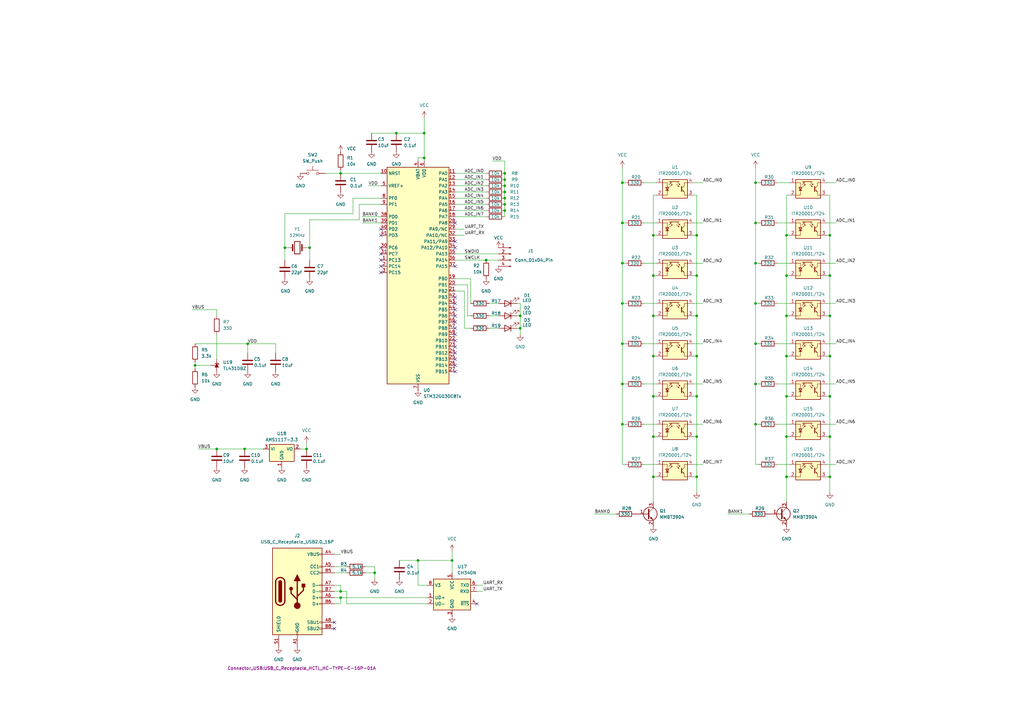
<source format=kicad_sch>
(kicad_sch (version 20231120) (generator "eeschema") (generator_version "8.0")
  (paper "A3")
  (title_block (title "2151105 崔屿杰 Gesture Recognition") (date "2024-07-17") (rev "1.0"))
  (junction (at 207.01 86.36))
  (junction (at 100.33 184.15))
  (junction (at 139.7 71.12))
  (junction (at 322.58 96.52))
  (junction (at 340.36 129.54))
  (junction (at 285.75 129.54))
  (junction (at 207.01 81.28))
  (junction (at 285.75 113.03))
  (junction (at 322.58 129.54))
  (junction (at 125.73 184.15))
  (junction (at 255.27 173.99))
  (junction (at 309.88 140.97))
  (junction (at 255.27 124.46))
  (junction (at 153.67 234.95))
  (junction (at 285.75 195.58))
  (junction (at 340.36 195.58))
  (junction (at 116.84 101.6))
  (junction (at 309.88 74.93))
  (junction (at 267.97 96.52))
  (junction (at 255.27 140.97))
  (junction (at 322.58 146.05))
  (junction (at 207.01 78.74))
  (junction (at 255.27 91.44))
  (junction (at 285.75 146.05))
  (junction (at 267.97 179.07))
  (junction (at 171.45 229.87))
  (junction (at 340.36 162.56))
  (junction (at 340.36 113.03))
  (junction (at 207.01 83.82))
  (junction (at 267.97 146.05))
  (junction (at 127 101.6))
  (junction (at 255.27 107.95))
  (junction (at 340.36 179.07))
  (junction (at 139.7 245.11))
  (junction (at 322.58 195.58))
  (junction (at 267.97 162.56))
  (junction (at 322.58 113.03))
  (junction (at 309.88 157.48))
  (junction (at 255.27 157.48))
  (junction (at 213.36 134.62))
  (junction (at 267.97 195.58))
  (junction (at 309.88 173.99))
  (junction (at 207.01 71.12))
  (junction (at 173.99 64.77))
  (junction (at 255.27 74.93))
  (junction (at 340.36 96.52))
  (junction (at 322.58 179.07))
  (junction (at 322.58 162.56))
  (junction (at 207.01 76.2))
  (junction (at 185.42 229.87))
  (junction (at 309.88 91.44))
  (junction (at 207.01 73.66))
  (junction (at 285.75 162.56))
  (junction (at 162.56 54.61))
  (junction (at 173.99 54.61))
  (junction (at 285.75 96.52))
  (junction (at 309.88 124.46))
  (junction (at 309.88 107.95))
  (junction (at 285.75 179.07))
  (junction (at 267.97 113.03))
  (junction (at 199.39 106.68))
  (junction (at 80.01 149.86))
  (junction (at 213.36 129.54))
  (junction (at 340.36 146.05))
  (junction (at 267.97 129.54))
  (junction (at 101.6 140.97))
  (junction (at 88.9 184.15))
  (junction (at 139.7 242.57))
  (no_connect (at 186.69 129.54))
  (no_connect (at 137.16 255.27))
  (no_connect (at 137.16 257.81))
  (no_connect (at 186.69 139.7))
  (no_connect (at 186.69 149.86))
  (no_connect (at 156.21 104.14))
  (no_connect (at 156.21 111.76))
  (no_connect (at 156.21 106.68))
  (no_connect (at 186.69 127))
  (no_connect (at 186.69 152.4))
  (no_connect (at 156.21 101.6))
  (no_connect (at 186.69 144.78))
  (no_connect (at 186.69 132.08))
  (no_connect (at 186.69 124.46))
  (no_connect (at 186.69 101.6))
  (no_connect (at 195.58 247.65))
  (no_connect (at 186.69 91.44))
  (no_connect (at 156.21 93.98))
  (no_connect (at 186.69 142.24))
  (no_connect (at 156.21 109.22))
  (no_connect (at 186.69 137.16))
  (no_connect (at 186.69 99.06))
  (no_connect (at 186.69 147.32))
  (no_connect (at 186.69 134.62))
  (no_connect (at 186.69 109.22))
  (no_connect (at 156.21 96.52))
  (no_connect (at 186.69 121.92))
  (wire (pts (xy 340.36 96.52) (xy 340.36 113.03)))
  (wire (pts (xy 123.19 184.15) (xy 125.73 184.15)))
  (wire (pts (xy 173.99 64.77) (xy 173.99 66.04)))
  (wire (pts (xy 81.28 184.15) (xy 88.9 184.15)))
  (wire (pts (xy 322.58 129.54) (xy 322.58 113.03)))
  (wire (pts (xy 113.03 140.97) (xy 113.03 144.78)))
  (wire (pts (xy 322.58 96.52) (xy 322.58 80.01)))
  (wire (pts (xy 139.7 247.65) (xy 139.7 245.11)))
  (wire (pts (xy 309.88 124.46) (xy 309.88 140.97)))
  (wire (pts (xy 339.09 195.58) (xy 340.36 195.58)))
  (wire (pts (xy 309.88 173.99) (xy 311.15 173.99)))
  (wire (pts (xy 264.16 124.46) (xy 269.24 124.46)))
  (wire (pts (xy 339.09 74.93) (xy 342.9 74.93)))
  (wire (pts (xy 186.69 106.68) (xy 199.39 106.68)))
  (wire (pts (xy 144.78 81.28) (xy 144.78 87.63)))
  (wire (pts (xy 88.9 137.16) (xy 88.9 147.32)))
  (wire (pts (xy 207.01 81.28) (xy 207.01 78.74)))
  (wire (pts (xy 309.88 107.95) (xy 311.15 107.95)))
  (wire (pts (xy 318.77 190.5) (xy 323.85 190.5)))
  (wire (pts (xy 339.09 179.07) (xy 340.36 179.07)))
  (wire (pts (xy 255.27 173.99) (xy 255.27 190.5)))
  (wire (pts (xy 195.58 242.57) (xy 198.12 242.57)))
  (wire (pts (xy 171.45 64.77) (xy 173.99 64.77)))
  (wire (pts (xy 186.69 96.52) (xy 190.5 96.52)))
  (wire (pts (xy 190.5 134.62) (xy 193.04 134.62)))
  (wire (pts (xy 264.16 91.44) (xy 269.24 91.44)))
  (wire (pts (xy 322.58 146.05) (xy 322.58 129.54)))
  (wire (pts (xy 284.48 162.56) (xy 285.75 162.56)))
  (wire (pts (xy 284.48 124.46) (xy 288.29 124.46)))
  (wire (pts (xy 212.09 129.54) (xy 213.36 129.54)))
  (wire (pts (xy 284.48 140.97) (xy 288.29 140.97)))
  (wire (pts (xy 284.48 113.03) (xy 285.75 113.03)))
  (wire (pts (xy 200.66 134.62) (xy 204.47 134.62)))
  (wire (pts (xy 171.45 66.04) (xy 171.45 64.77)))
  (wire (pts (xy 309.88 140.97) (xy 309.88 157.48)))
  (wire (pts (xy 200.66 129.54) (xy 204.47 129.54)))
  (wire (pts (xy 267.97 205.74) (xy 267.97 195.58)))
  (wire (pts (xy 88.9 127) (xy 78.74 127)))
  (wire (pts (xy 207.01 76.2) (xy 207.01 73.66)))
  (wire (pts (xy 148.59 91.44) (xy 156.21 91.44)))
  (wire (pts (xy 340.36 113.03) (xy 340.36 129.54)))
  (wire (pts (xy 284.48 129.54) (xy 285.75 129.54)))
  (wire (pts (xy 284.48 80.01) (xy 285.75 80.01)))
  (wire (pts (xy 309.88 74.93) (xy 309.88 91.44)))
  (wire (pts (xy 186.69 83.82) (xy 199.39 83.82)))
  (wire (pts (xy 207.01 71.12) (xy 207.01 66.04)))
  (wire (pts (xy 139.7 71.12) (xy 156.21 71.12)))
  (wire (pts (xy 322.58 162.56) (xy 323.85 162.56)))
  (wire (pts (xy 322.58 195.58) (xy 322.58 179.07)))
  (wire (pts (xy 267.97 96.52) (xy 269.24 96.52)))
  (wire (pts (xy 186.69 93.98) (xy 190.5 93.98)))
  (wire (pts (xy 255.27 107.95) (xy 255.27 124.46)))
  (wire (pts (xy 318.77 173.99) (xy 323.85 173.99)))
  (wire (pts (xy 309.88 140.97) (xy 311.15 140.97)))
  (wire (pts (xy 186.69 73.66) (xy 199.39 73.66)))
  (wire (pts (xy 340.36 162.56) (xy 340.36 179.07)))
  (wire (pts (xy 116.84 87.63) (xy 116.84 101.6)))
  (wire (pts (xy 285.75 146.05) (xy 285.75 162.56)))
  (wire (pts (xy 318.77 74.93) (xy 323.85 74.93)))
  (wire (pts (xy 186.69 116.84) (xy 191.77 116.84)))
  (wire (pts (xy 186.69 78.74) (xy 199.39 78.74)))
  (wire (pts (xy 267.97 113.03) (xy 267.97 96.52)))
  (wire (pts (xy 339.09 140.97) (xy 342.9 140.97)))
  (wire (pts (xy 80.01 140.97) (xy 101.6 140.97)))
  (wire (pts (xy 255.27 91.44) (xy 255.27 107.95)))
  (wire (pts (xy 144.78 87.63) (xy 116.84 87.63)))
  (wire (pts (xy 185.42 226.06) (xy 185.42 229.87)))
  (wire (pts (xy 318.77 157.48) (xy 323.85 157.48)))
  (wire (pts (xy 267.97 113.03) (xy 269.24 113.03)))
  (wire (pts (xy 162.56 54.61) (xy 152.4 54.61)))
  (wire (pts (xy 264.16 140.97) (xy 269.24 140.97)))
  (wire (pts (xy 243.84 210.82) (xy 252.73 210.82)))
  (wire (pts (xy 267.97 80.01) (xy 269.24 80.01)))
  (wire (pts (xy 267.97 129.54) (xy 269.24 129.54)))
  (wire (pts (xy 284.48 107.95) (xy 288.29 107.95)))
  (wire (pts (xy 193.04 114.3) (xy 193.04 124.46)))
  (wire (pts (xy 137.16 240.03) (xy 139.7 240.03)))
  (wire (pts (xy 267.97 195.58) (xy 269.24 195.58)))
  (wire (pts (xy 322.58 113.03) (xy 323.85 113.03)))
  (wire (pts (xy 186.69 119.38) (xy 190.5 119.38)))
  (wire (pts (xy 255.27 74.93) (xy 256.54 74.93)))
  (wire (pts (xy 149.86 234.95) (xy 153.67 234.95)))
  (wire (pts (xy 186.69 88.9) (xy 199.39 88.9)))
  (wire (pts (xy 340.36 195.58) (xy 340.36 201.93)))
  (wire (pts (xy 191.77 116.84) (xy 191.77 129.54)))
  (wire (pts (xy 264.16 190.5) (xy 269.24 190.5)))
  (wire (pts (xy 339.09 157.48) (xy 342.9 157.48)))
  (wire (pts (xy 284.48 146.05) (xy 285.75 146.05)))
  (wire (pts (xy 127 106.68) (xy 127 101.6)))
  (wire (pts (xy 255.27 140.97) (xy 255.27 157.48)))
  (wire (pts (xy 267.97 162.56) (xy 269.24 162.56)))
  (wire (pts (xy 151.13 76.2) (xy 156.21 76.2)))
  (wire (pts (xy 309.88 190.5) (xy 311.15 190.5)))
  (wire (pts (xy 186.69 104.14) (xy 204.47 104.14)))
  (wire (pts (xy 309.88 173.99) (xy 309.88 190.5)))
  (wire (pts (xy 322.58 80.01) (xy 323.85 80.01)))
  (wire (pts (xy 322.58 96.52) (xy 323.85 96.52)))
  (wire (pts (xy 284.48 91.44) (xy 288.29 91.44)))
  (wire (pts (xy 264.16 74.93) (xy 269.24 74.93)))
  (wire (pts (xy 147.32 83.82) (xy 147.32 90.17)))
  (wire (pts (xy 207.01 73.66) (xy 207.01 71.12)))
  (wire (pts (xy 139.7 69.85) (xy 139.7 71.12)))
  (wire (pts (xy 318.77 124.46) (xy 323.85 124.46)))
  (wire (pts (xy 318.77 140.97) (xy 323.85 140.97)))
  (wire (pts (xy 339.09 190.5) (xy 342.9 190.5)))
  (wire (pts (xy 142.24 232.41) (xy 137.16 232.41)))
  (wire (pts (xy 267.97 179.07) (xy 267.97 162.56)))
  (wire (pts (xy 186.69 114.3) (xy 193.04 114.3)))
  (wire (pts (xy 309.88 157.48) (xy 309.88 173.99)))
  (wire (pts (xy 339.09 124.46) (xy 342.9 124.46)))
  (wire (pts (xy 309.88 91.44) (xy 311.15 91.44)))
  (wire (pts (xy 309.88 124.46) (xy 311.15 124.46)))
  (wire (pts (xy 207.01 83.82) (xy 207.01 81.28)))
  (wire (pts (xy 88.9 184.15) (xy 100.33 184.15)))
  (wire (pts (xy 309.88 91.44) (xy 309.88 107.95)))
  (wire (pts (xy 322.58 179.07) (xy 323.85 179.07)))
  (wire (pts (xy 207.01 86.36) (xy 207.01 83.82)))
  (wire (pts (xy 142.24 242.57) (xy 142.24 247.65)))
  (wire (pts (xy 264.16 157.48) (xy 269.24 157.48)))
  (wire (pts (xy 139.7 240.03) (xy 139.7 242.57)))
  (wire (pts (xy 186.69 86.36) (xy 199.39 86.36)))
  (wire (pts (xy 133.35 71.12) (xy 139.7 71.12)))
  (wire (pts (xy 125.73 101.6) (xy 127 101.6)))
  (wire (pts (xy 285.75 96.52) (xy 285.75 113.03)))
  (wire (pts (xy 116.84 101.6) (xy 118.11 101.6)))
  (wire (pts (xy 339.09 162.56) (xy 340.36 162.56)))
  (wire (pts (xy 267.97 129.54) (xy 267.97 113.03)))
  (wire (pts (xy 127 90.17) (xy 127 101.6)))
  (wire (pts (xy 190.5 119.38) (xy 190.5 134.62)))
  (wire (pts (xy 309.88 68.58) (xy 309.88 74.93)))
  (wire (pts (xy 322.58 146.05) (xy 323.85 146.05)))
  (wire (pts (xy 264.16 107.95) (xy 269.24 107.95)))
  (wire (pts (xy 340.36 146.05) (xy 340.36 162.56)))
  (wire (pts (xy 339.09 91.44) (xy 342.9 91.44)))
  (wire (pts (xy 284.48 173.99) (xy 288.29 173.99)))
  (wire (pts (xy 195.58 240.03) (xy 198.12 240.03)))
  (wire (pts (xy 148.59 88.9) (xy 156.21 88.9)))
  (wire (pts (xy 309.88 74.93) (xy 311.15 74.93)))
  (wire (pts (xy 137.16 247.65) (xy 139.7 247.65)))
  (wire (pts (xy 322.58 179.07) (xy 322.58 162.56)))
  (wire (pts (xy 173.99 54.61) (xy 162.56 54.61)))
  (wire (pts (xy 309.88 107.95) (xy 309.88 124.46)))
  (wire (pts (xy 125.73 181.61) (xy 125.73 184.15)))
  (wire (pts (xy 285.75 113.03) (xy 285.75 129.54)))
  (wire (pts (xy 339.09 173.99) (xy 342.9 173.99)))
  (wire (pts (xy 255.27 173.99) (xy 256.54 173.99)))
  (wire (pts (xy 213.36 124.46) (xy 213.36 129.54)))
  (wire (pts (xy 285.75 129.54) (xy 285.75 146.05)))
  (wire (pts (xy 149.86 232.41) (xy 153.67 232.41)))
  (wire (pts (xy 255.27 124.46) (xy 255.27 140.97)))
  (wire (pts (xy 88.9 129.54) (xy 88.9 127)))
  (wire (pts (xy 173.99 54.61) (xy 173.99 64.77)))
  (wire (pts (xy 284.48 190.5) (xy 288.29 190.5)))
  (wire (pts (xy 139.7 242.57) (xy 142.24 242.57)))
  (wire (pts (xy 322.58 162.56) (xy 322.58 146.05)))
  (wire (pts (xy 147.32 90.17) (xy 127 90.17)))
  (wire (pts (xy 255.27 157.48) (xy 256.54 157.48)))
  (wire (pts (xy 186.69 76.2) (xy 199.39 76.2)))
  (wire (pts (xy 264.16 173.99) (xy 269.24 173.99)))
  (wire (pts (xy 207.01 78.74) (xy 207.01 76.2)))
  (wire (pts (xy 80.01 148.59) (xy 80.01 149.86)))
  (wire (pts (xy 285.75 80.01) (xy 285.75 96.52)))
  (wire (pts (xy 267.97 96.52) (xy 267.97 80.01)))
  (wire (pts (xy 255.27 68.58) (xy 255.27 74.93)))
  (wire (pts (xy 255.27 190.5) (xy 256.54 190.5)))
  (wire (pts (xy 339.09 146.05) (xy 340.36 146.05)))
  (wire (pts (xy 199.39 106.68) (xy 204.47 106.68)))
  (wire (pts (xy 191.77 129.54) (xy 193.04 129.54)))
  (wire (pts (xy 285.75 195.58) (xy 285.75 201.93)))
  (wire (pts (xy 101.6 140.97) (xy 101.6 144.78)))
  (wire (pts (xy 255.27 157.48) (xy 255.27 173.99)))
  (wire (pts (xy 175.26 240.03) (xy 171.45 240.03)))
  (wire (pts (xy 322.58 205.74) (xy 322.58 195.58)))
  (wire (pts (xy 284.48 157.48) (xy 288.29 157.48)))
  (wire (pts (xy 137.16 227.33) (xy 139.7 227.33)))
  (wire (pts (xy 255.27 74.93) (xy 255.27 91.44)))
  (wire (pts (xy 255.27 124.46) (xy 256.54 124.46)))
  (wire (pts (xy 201.93 66.04) (xy 207.01 66.04)))
  (wire (pts (xy 322.58 129.54) (xy 323.85 129.54)))
  (wire (pts (xy 200.66 124.46) (xy 204.47 124.46)))
  (wire (pts (xy 156.21 83.82) (xy 147.32 83.82)))
  (wire (pts (xy 255.27 107.95) (xy 256.54 107.95)))
  (wire (pts (xy 213.36 129.54) (xy 213.36 134.62)))
  (wire (pts (xy 285.75 179.07) (xy 285.75 195.58)))
  (wire (pts (xy 298.45 210.82) (xy 307.34 210.82)))
  (wire (pts (xy 139.7 245.11) (xy 175.26 245.11)))
  (wire (pts (xy 255.27 91.44) (xy 256.54 91.44)))
  (wire (pts (xy 284.48 96.52) (xy 285.75 96.52)))
  (wire (pts (xy 142.24 247.65) (xy 175.26 247.65)))
  (wire (pts (xy 80.01 149.86) (xy 80.01 151.13)))
  (wire (pts (xy 212.09 124.46) (xy 213.36 124.46)))
  (wire (pts (xy 212.09 134.62) (xy 213.36 134.62)))
  (wire (pts (xy 285.75 162.56) (xy 285.75 179.07)))
  (wire (pts (xy 339.09 107.95) (xy 342.9 107.95)))
  (wire (pts (xy 267.97 195.58) (xy 267.97 179.07)))
  (wire (pts (xy 156.21 81.28) (xy 144.78 81.28)))
  (wire (pts (xy 173.99 48.26) (xy 173.99 54.61)))
  (wire (pts (xy 185.42 229.87) (xy 185.42 234.95)))
  (wire (pts (xy 267.97 146.05) (xy 267.97 129.54)))
  (wire (pts (xy 116.84 101.6) (xy 116.84 106.68)))
  (wire (pts (xy 340.36 179.07) (xy 340.36 195.58)))
  (wire (pts (xy 142.24 234.95) (xy 137.16 234.95)))
  (wire (pts (xy 318.77 91.44) (xy 323.85 91.44)))
  (wire (pts (xy 309.88 157.48) (xy 311.15 157.48)))
  (wire (pts (xy 153.67 232.41) (xy 153.67 234.95)))
  (wire (pts (xy 267.97 179.07) (xy 269.24 179.07)))
  (wire (pts (xy 186.69 71.12) (xy 199.39 71.12)))
  (wire (pts (xy 255.27 140.97) (xy 256.54 140.97)))
  (wire (pts (xy 339.09 96.52) (xy 340.36 96.52)))
  (wire (pts (xy 100.33 184.15) (xy 107.95 184.15)))
  (wire (pts (xy 171.45 240.03) (xy 171.45 229.87)))
  (wire (pts (xy 339.09 113.03) (xy 340.36 113.03)))
  (wire (pts (xy 284.48 179.07) (xy 285.75 179.07)))
  (wire (pts (xy 339.09 80.01) (xy 340.36 80.01)))
  (wire (pts (xy 153.67 234.95) (xy 153.67 237.49)))
  (wire (pts (xy 284.48 195.58) (xy 285.75 195.58)))
  (wire (pts (xy 322.58 113.03) (xy 322.58 96.52)))
  (wire (pts (xy 267.97 162.56) (xy 267.97 146.05)))
  (wire (pts (xy 163.83 229.87) (xy 171.45 229.87)))
  (wire (pts (xy 186.69 81.28) (xy 199.39 81.28)))
  (wire (pts (xy 213.36 134.62) (xy 213.36 137.16)))
  (wire (pts (xy 339.09 129.54) (xy 340.36 129.54)))
  (wire (pts (xy 137.16 245.11) (xy 139.7 245.11)))
  (wire (pts (xy 80.01 149.86) (xy 86.36 149.86)))
  (wire (pts (xy 322.58 195.58) (xy 323.85 195.58)))
  (wire (pts (xy 284.48 74.93) (xy 288.29 74.93)))
  (wire (pts (xy 171.45 229.87) (xy 185.42 229.87)))
  (wire (pts (xy 340.36 129.54) (xy 340.36 146.05)))
  (wire (pts (xy 340.36 80.01) (xy 340.36 96.52)))
  (wire (pts (xy 137.16 242.57) (xy 139.7 242.57)))
  (wire (pts (xy 318.77 107.95) (xy 323.85 107.95)))
  (wire (pts (xy 207.01 88.9) (xy 207.01 86.36)))
  (wire (pts (xy 267.97 146.05) (xy 269.24 146.05)))
  (wire (pts (xy 101.6 140.97) (xy 113.03 140.97)))
  (label "ADC_IN4" (at 190.5 81.28 0))
  (label "ADC_IN3" (at 288.29 124.46 0))
  (label "BANK0" (at 243.84 210.82 0))
  (label "ADC_IN7" (at 342.9 190.5 0))
  (label "ADC_IN6" (at 288.29 173.99 0))
  (label "ADC_IN7" (at 190.5 88.9 0))
  (label "UART_RX" (at 190.5 96.52 0))
  (label "ADC_IN0" (at 288.29 74.93 0))
  (label "ADC_IN4" (at 342.9 140.97 0))
  (label "VBUS" (at 78.74 127 0))
  (label "BANK0" (at 148.59 88.9 0))
  (label "ADC_IN0" (at 342.9 74.93 0))
  (label "BANK1" (at 298.45 210.82 0))
  (label "ADC_IN5" (at 288.29 157.48 0))
  (label "VDD" (at 201.93 66.04 0))
  (label "UART_RX" (at 198.12 240.03 0))
  (label "ADC_IN4" (at 288.29 140.97 0))
  (label "VBUS" (at 81.28 184.15 0))
  (label "UART_TX" (at 190.5 93.98 0))
  (label "ADC_IN0" (at 190.5 71.12 0))
  (label "ADC_IN2" (at 190.5 76.2 0))
  (label "ADC_IN1" (at 190.5 73.66 0))
  (label "VDD" (at 101.6 140.97 0))
  (label "ADC_IN3" (at 342.9 124.46 0))
  (label "ADC_IN7" (at 288.29 190.5 0))
  (label "ADC_IN1" (at 288.29 91.44 0))
  (label "ADC_IN2" (at 342.9 107.95 0))
  (label "ADC_IN6" (at 190.5 86.36 0))
  (label "VBUS" (at 139.7 227.33 0))
  (label "VDD" (at 151.13 76.2 0))
  (label "ADC_IN1" (at 342.9 91.44 0))
  (label "ADC_IN5" (at 190.5 83.82 0))
  (label "ADC_IN6" (at 342.9 173.99 0))
  (label "UART_TX" (at 198.12 242.57 0))
  (label "SWDIO" (at 190.5 104.14 0))
  (label "ADC_IN2" (at 288.29 107.95 0))
  (label "ADC_IN3" (at 190.5 78.74 0))
  (label "BANK1" (at 148.59 91.44 0))
  (label "ADC_IN5" (at 342.9 157.48 0))
  (label "SWCLK" (at 190.5 106.68 0))
  (symbol (lib_id "power:GND") (at 213.36 137.16 0) (unit 1)
    (property "Reference" "#PWR026" (effects (hide yes)))
    (property "Value" "GND" (at 213.36 142.24 0))
    (property "Description" "Power symbol creates a global label with name \"GND\" , ground" (effects (hide yes)))
  )
  (symbol (lib_id "Device:C") (at 163.83 233.68 0) (unit 1)
    (property "Reference" "C4" (at 166.878 232.41 0) (effects (justify left)))
    (property "Value" "0.1uf" (at 166.878 234.95 0) (effects (justify left)))
    (property "Footprint" "Capacitor_SMD:C_0805_2012Metric_Pad1.18x1.45mm_HandSolder" (effects (hide yes)))
    (property "Description" "Unpolarized capacitor" (effects (hide yes)))
  )
  (symbol (lib_id "Device:R") (at 260.35 74.93 90) (unit 1)
    (property "Reference" "R20" (at 260.858 72.644 90))
    (property "Value" "330" (at 260.35 74.93 90))
    (property "Footprint" "Resistor_SMD:R_0805_2012Metric_Pad1.20x1.40mm_HandSolder" (effects (hide yes)))
    (property "Description" "Resistor" (effects (hide yes)))
  )
  (symbol (lib_id "itr20001:ITR20001/T24") (at 331.47 160.02 0) (unit 1)
    (property "Reference" "U14" (at 331.47 151.13 0))
    (property "Value" "ITR20001/T24" (at 331.47 153.67 0))
    (property "Footprint" "itr20001:Everlight_ITR20001" (effects (hide yes)))
    (property "Datasheet" "http://www.everlight.com/file/ProductFile/ITR8307.pdf" (effects (hide yes)))
    (property "Description" "Subminiature Reflective Optical Sensor, SMD-package with PCB-cutout" (effects (hide yes)))
  )
  (symbol (lib_id "Device:C") (at 88.9 187.96 0) (unit 1)
    (property "Reference" "C9" (at 91.44 186.69 0) (effects (justify left)))
    (property "Value" "10uf" (at 91.44 189.23 0) (effects (justify left)))
    (property "Footprint" "Capacitor_SMD:C_0805_2012Metric_Pad1.18x1.45mm_HandSolder" (effects (hide yes)))
    (property "Description" "Unpolarized capacitor" (effects (hide yes)))
  )
  (symbol (lib_id "Device:C") (at 162.56 58.42 0) (unit 1)
    (property "Reference" "C2" (at 165.608 57.15 0) (effects (justify left)))
    (property "Value" "0.1uf" (at 165.608 59.69 0) (effects (justify left)))
    (property "Footprint" "Capacitor_SMD:C_0805_2012Metric_Pad1.18x1.45mm_HandSolder" (effects (hide yes)))
    (property "Description" "Unpolarized capacitor" (effects (hide yes)))
  )
  (symbol (lib_id "power:GND") (at 80.01 158.75 0) (unit 1)
    (property "Reference" "#PWR017" (effects (hide yes)))
    (property "Value" "GND" (at 80.01 163.83 0))
    (property "Description" "Power symbol creates a global label with name \"GND\" , ground" (effects (hide yes)))
  )
  (symbol (lib_id "itr20001:ITR20001/T24") (at 276.86 160.02 0) (unit 1)
    (property "Reference" "U6" (at 276.86 151.13 0))
    (property "Value" "ITR20001/T24" (at 276.86 153.67 0))
    (property "Footprint" "itr20001:Everlight_ITR20001" (effects (hide yes)))
    (property "Datasheet" "http://www.everlight.com/file/ProductFile/ITR8307.pdf" (effects (hide yes)))
    (property "Description" "Subminiature Reflective Optical Sensor, SMD-package with PCB-cutout" (effects (hide yes)))
  )
  (symbol (lib_id "itr20001:ITR20001/T24") (at 331.47 176.53 0) (unit 1)
    (property "Reference" "U15" (at 331.47 167.64 0))
    (property "Value" "ITR20001/T24" (at 331.47 170.18 0))
    (property "Footprint" "itr20001:Everlight_ITR20001" (effects (hide yes)))
    (property "Datasheet" "http://www.everlight.com/file/ProductFile/ITR8307.pdf" (effects (hide yes)))
    (property "Description" "Subminiature Reflective Optical Sensor, SMD-package with PCB-cutout" (effects (hide yes)))
  )
  (symbol (lib_id "Device:R") (at 260.35 91.44 90) (unit 1)
    (property "Reference" "R21" (at 260.858 89.154 90))
    (property "Value" "330" (at 260.35 91.44 90))
    (property "Footprint" "Resistor_SMD:R_0805_2012Metric_Pad1.20x1.40mm_HandSolder" (effects (hide yes)))
    (property "Description" "Resistor" (effects (hide yes)))
  )
  (symbol (lib_id "itr20001:ITR20001/T24") (at 276.86 143.51 0) (unit 1)
    (property "Reference" "U5" (at 276.86 134.62 0))
    (property "Value" "ITR20001/T24" (at 276.86 137.16 0))
    (property "Footprint" "itr20001:Everlight_ITR20001" (effects (hide yes)))
    (property "Datasheet" "http://www.everlight.com/file/ProductFile/ITR8307.pdf" (effects (hide yes)))
    (property "Description" "Subminiature Reflective Optical Sensor, SMD-package with PCB-cutout" (effects (hide yes)))
  )
  (symbol (lib_id "Device:C") (at 152.4 58.42 0) (unit 1)
    (property "Reference" "C3" (at 154.94 57.15 0) (effects (justify left)))
    (property "Value" "10uf" (at 154.94 59.69 0) (effects (justify left)))
    (property "Footprint" "Capacitor_SMD:C_0805_2012Metric_Pad1.18x1.45mm_HandSolder" (effects (hide yes)))
    (property "Description" "Unpolarized capacitor" (effects (hide yes)))
  )
  (symbol (lib_id "Device:C") (at 100.33 187.96 0) (unit 1)
    (property "Reference" "C10" (at 102.87 186.69 0) (effects (justify left)))
    (property "Value" "0.1uf" (at 102.87 189.23 0) (effects (justify left)))
    (property "Footprint" "Capacitor_SMD:C_0805_2012Metric_Pad1.18x1.45mm_HandSolder" (effects (hide yes)))
    (property "Description" "Unpolarized capacitor" (effects (hide yes)))
  )
  (symbol (lib_id "power:GND") (at 171.45 160.02 0) (unit 1)
    (property "Reference" "#PWR025" (effects (hide yes)))
    (property "Value" "GND" (at 171.45 165.1 0))
    (property "Description" "Power symbol creates a global label with name \"GND\" , ground" (effects (hide yes)))
  )
  (symbol (lib_id "Device:LED") (at 208.28 129.54 180) (unit 1)
    (property "Reference" "D2" (at 216.154 126.238 0))
    (property "Value" "LED" (at 216.154 128.27 0))
    (property "Footprint" "LED_SMD:LED_0805_2012Metric_Pad1.15x1.40mm_HandSolder" (effects (hide yes)))
    (property "Description" "Light emitting diode" (effects (hide yes)))
  )
  (symbol (lib_id "Device:R") (at 203.2 88.9 90) (unit 1)
    (property "Reference" "R15" (at 211.074 88.9 90))
    (property "Value" "10k" (at 203.2 88.9 90))
    (property "Footprint" "Resistor_SMD:R_0805_2012Metric_Pad1.20x1.40mm_HandSolder" (effects (hide yes)))
    (property "Description" "Resistor" (effects (hide yes)))
  )
  (symbol (lib_id "Device:R") (at 314.96 140.97 90) (unit 1)
    (property "Reference" "R34" (at 315.468 138.684 90))
    (property "Value" "330" (at 314.96 140.97 90))
    (property "Footprint" "Resistor_SMD:R_0805_2012Metric_Pad1.20x1.40mm_HandSolder" (effects (hide yes)))
    (property "Description" "Resistor" (effects (hide yes)))
  )
  (symbol (lib_id "Device:R") (at 80.01 144.78 0) (unit 1)
    (property "Reference" "R5" (at 82.55 143.5099 0) (effects (justify left)))
    (property "Value" "3.3k" (at 82.55 146.0499 0) (effects (justify left)))
    (property "Footprint" "Resistor_SMD:R_0805_2012Metric_Pad1.20x1.40mm_HandSolder" (effects (hide yes)))
    (property "Description" "Resistor" (effects (hide yes)))
  )
  (symbol (lib_id "power:VDD") (at 139.7 62.23 0) (unit 1)
    (property "Reference" "#PWR01" (effects (hide yes)))
    (property "Value" "VCC" (at 142.24 60.9599 0) (effects (justify left)))
    (property "Description" "Power symbol creates a global label with name \"VDD\"" (effects (hide yes)))
  )
  (symbol (lib_id "power:GND") (at 101.6 152.4 0) (unit 1)
    (property "Reference" "#PWR019" (effects (hide yes)))
    (property "Value" "GND" (at 101.6 157.48 0))
    (property "Description" "Power symbol creates a global label with name \"GND\" , ground" (effects (hide yes)))
  )
  (symbol (lib_id "Device:R") (at 203.2 73.66 90) (unit 1)
    (property "Reference" "R9" (at 211.074 73.66 90))
    (property "Value" "10k" (at 203.2 73.66 90))
    (property "Footprint" "Resistor_SMD:R_0805_2012Metric_Pad1.20x1.40mm_HandSolder" (effects (hide yes)))
    (property "Description" "Resistor" (effects (hide yes)))
  )
  (symbol (lib_id "Device:R") (at 203.2 86.36 90) (unit 1)
    (property "Reference" "R14" (at 211.074 86.36 90))
    (property "Value" "10k" (at 203.2 86.36 90))
    (property "Footprint" "Resistor_SMD:R_0805_2012Metric_Pad1.20x1.40mm_HandSolder" (effects (hide yes)))
    (property "Description" "Resistor" (effects (hide yes)))
  )
  (symbol (lib_id "itr20001:ITR20001/T24") (at 276.86 93.98 0) (unit 1)
    (property "Reference" "U2" (at 276.86 85.09 0))
    (property "Value" "ITR20001/T24" (at 276.86 87.63 0))
    (property "Footprint" "itr20001:Everlight_ITR20001" (effects (hide yes)))
    (property "Datasheet" "http://www.everlight.com/file/ProductFile/ITR8307.pdf" (effects (hide yes)))
    (property "Description" "Subminiature Reflective Optical Sensor, SMD-package with PCB-cutout" (effects (hide yes)))
  )
  (symbol (lib_id "Device:R") (at 314.96 91.44 90) (unit 1)
    (property "Reference" "R31" (at 315.468 89.154 90))
    (property "Value" "330" (at 314.96 91.44 90))
    (property "Footprint" "Resistor_SMD:R_0805_2012Metric_Pad1.20x1.40mm_HandSolder" (effects (hide yes)))
    (property "Description" "Resistor" (effects (hide yes)))
  )
  (symbol (lib_id "Device:C") (at 116.84 110.49 0) (unit 1)
    (property "Reference" "C6" (at 119.38 109.22 0) (effects (justify left)))
    (property "Value" "22pf" (at 119.38 111.76 0) (effects (justify left)))
    (property "Footprint" "Capacitor_SMD:C_0805_2012Metric_Pad1.18x1.45mm_HandSolder" (effects (hide yes)))
    (property "Description" "Unpolarized capacitor" (effects (hide yes)))
  )
  (symbol (lib_id "power:GND") (at 162.56 62.23 0) (unit 1)
    (property "Reference" "#PWR04" (effects (hide yes)))
    (property "Value" "GND" (at 162.56 67.31 0))
    (property "Description" "Power symbol creates a global label with name \"GND\" , ground" (effects (hide yes)))
  )
  (symbol (lib_id "Device:R") (at 314.96 157.48 90) (unit 1)
    (property "Reference" "R35" (at 315.468 155.194 90))
    (property "Value" "330" (at 314.96 157.48 90))
    (property "Footprint" "Resistor_SMD:R_0805_2012Metric_Pad1.20x1.40mm_HandSolder" (effects (hide yes)))
    (property "Description" "Resistor" (effects (hide yes)))
  )
  (symbol (lib_id "Device:R") (at 260.35 157.48 90) (unit 1)
    (property "Reference" "R25" (at 260.858 155.194 90))
    (property "Value" "330" (at 260.35 157.48 90))
    (property "Footprint" "Resistor_SMD:R_0805_2012Metric_Pad1.20x1.40mm_HandSolder" (effects (hide yes)))
    (property "Description" "Resistor" (effects (hide yes)))
  )
  (symbol (lib_id "Device:R") (at 196.85 124.46 90) (unit 1)
    (property "Reference" "R17" (at 203.454 123.444 90))
    (property "Value" "330" (at 196.85 124.46 90))
    (property "Footprint" "Resistor_SMD:R_0805_2012Metric_Pad1.20x1.40mm_HandSolder" (effects (hide yes)))
    (property "Description" "Resistor" (effects (hide yes)))
  )
  (symbol (lib_id "Device:R") (at 203.2 76.2 90) (unit 1)
    (property "Reference" "R10" (at 211.074 76.2 90))
    (property "Value" "10k" (at 203.2 76.2 90))
    (property "Footprint" "Resistor_SMD:R_0805_2012Metric_Pad1.20x1.40mm_HandSolder" (effects (hide yes)))
    (property "Description" "Resistor" (effects (hide yes)))
  )
  (symbol (lib_id "power:GND") (at 121.92 265.43 0) (unit 1)
    (property "Reference" "#PWR013" (effects (hide yes)))
    (property "Value" "GND" (at 121.92 270.51 0))
    (property "Description" "Power symbol creates a global label with name \"GND\" , ground" (effects (hide yes)))
  )
  (symbol (lib_id "power:GND") (at 125.73 191.77 0) (unit 1)
    (property "Reference" "#PWR023" (effects (hide yes)))
    (property "Value" "GND" (at 125.73 196.85 0))
    (property "Description" "Power symbol creates a global label with name \"GND\" , ground" (effects (hide yes)))
  )
  (symbol (lib_id "Device:R") (at 203.2 71.12 90) (unit 1)
    (property "Reference" "R8" (at 211.074 71.12 90))
    (property "Value" "10k" (at 203.2 71.12 90))
    (property "Footprint" "Resistor_SMD:R_0805_2012Metric_Pad1.20x1.40mm_HandSolder" (effects (hide yes)))
    (property "Description" "Resistor" (effects (hide yes)))
  )
  (symbol (lib_id "power:VCC") (at 255.27 68.58 0) (unit 1)
    (property "Reference" "#PWR028" (effects (hide yes)))
    (property "Value" "VCC" (at 255.27 63.5 0))
    (property "Description" "Power symbol creates a global label with name \"VCC\"" (effects (hide yes)))
  )
  (symbol (lib_id "itr20001:ITR20001/T24") (at 331.47 143.51 0) (unit 1)
    (property "Reference" "U13" (at 331.47 134.62 0))
    (property "Value" "ITR20001/T24" (at 331.47 137.16 0))
    (property "Footprint" "itr20001:Everlight_ITR20001" (effects (hide yes)))
    (property "Datasheet" "http://www.everlight.com/file/ProductFile/ITR8307.pdf" (effects (hide yes)))
    (property "Description" "Subminiature Reflective Optical Sensor, SMD-package with PCB-cutout" (effects (hide yes)))
  )
  (symbol (lib_id "Device:R") (at 203.2 83.82 90) (unit 1)
    (property "Reference" "R13" (at 211.074 83.82 90))
    (property "Value" "10k" (at 203.2 83.82 90))
    (property "Footprint" "Resistor_SMD:R_0805_2012Metric_Pad1.20x1.40mm_HandSolder" (effects (hide yes)))
    (property "Description" "Resistor" (effects (hide yes)))
  )
  (symbol (lib_id "Device:R") (at 80.01 154.94 0) (unit 1)
    (property "Reference" "R6" (at 82.55 153.6699 0) (effects (justify left)))
    (property "Value" "10k" (at 82.55 156.2099 0) (effects (justify left)))
    (property "Footprint" "Resistor_SMD:R_0805_2012Metric_Pad1.20x1.40mm_HandSolder" (effects (hide yes)))
    (property "Description" "Resistor" (effects (hide yes)))
  )
  (symbol (lib_id "power:GND") (at 322.58 215.9 0) (unit 1)
    (property "Reference" "#PWR031" (effects (hide yes)))
    (property "Value" "GND" (at 322.58 220.98 0))
    (property "Description" "Power symbol creates a global label with name \"GND\" , ground" (effects (hide yes)))
  )
  (symbol (lib_id "itr20001:ITR20001/T24") (at 331.47 77.47 0) (unit 1)
    (property "Reference" "U9" (at 331.47 68.58 0))
    (property "Value" "ITR20001/T24" (at 331.47 71.12 0))
    (property "Footprint" "itr20001:Everlight_ITR20001" (effects (hide yes)))
    (property "Datasheet" "http://www.everlight.com/file/ProductFile/ITR8307.pdf" (effects (hide yes)))
    (property "Description" "Subminiature Reflective Optical Sensor, SMD-package with PCB-cutout" (effects (hide yes)))
  )
  (symbol (lib_id "Device:R") (at 196.85 129.54 90) (unit 1)
    (property "Reference" "R18" (at 203.454 128.524 90))
    (property "Value" "330" (at 196.85 129.54 90))
    (property "Footprint" "Resistor_SMD:R_0805_2012Metric_Pad1.20x1.40mm_HandSolder" (effects (hide yes)))
    (property "Description" "Resistor" (effects (hide yes)))
  )
  (symbol (lib_id "itr20001:ITR20001/T24") (at 276.86 176.53 0) (unit 1)
    (property "Reference" "U7" (at 276.86 167.64 0))
    (property "Value" "ITR20001/T24" (at 276.86 170.18 0))
    (property "Footprint" "itr20001:Everlight_ITR20001" (effects (hide yes)))
    (property "Datasheet" "http://www.everlight.com/file/ProductFile/ITR8307.pdf" (effects (hide yes)))
    (property "Description" "Subminiature Reflective Optical Sensor, SMD-package with PCB-cutout" (effects (hide yes)))
  )
  (symbol (lib_id "Connector:Conn_01x04_Pin") (at 209.55 104.14 0) (mirror y) (unit 1)
    (property "Reference" "J1" (at 217.678 102.87 0))
    (property "Value" "Conn_01x04_Pin" (at 218.948 106.68 0))
    (property "Footprint" "Connector:FanPinHeader_1x04_P2.54mm_Vertical" (effects (hide yes)))
    (property "Description" "Generic connector, single row, 01x04, script generated" (effects (hide yes)))
  )
  (symbol (lib_id "Transistor_BJT:MMBT3904") (at 320.04 210.82 0) (unit 1)
    (property "Reference" "Q2" (at 325.12 209.5499 0) (effects (justify left)))
    (property "Value" "MMBT3904" (at 325.12 212.0899 0) (effects (justify left)))
    (property "Footprint" "Package_TO_SOT_SMD:SOT-23_Handsoldering" (effects (hide yes)))
    (property "Datasheet" "https://www.onsemi.com/pdf/datasheet/pzt3904-d.pdf" (effects (hide yes)))
    (property "Description" "0.2A Ic, 40V Vce, Small Signal NPN Transistor, SOT-23" (effects (hide yes)))
  )
  (symbol (lib_id "power:GND") (at 127 114.3 0) (unit 1)
    (property "Reference" "#PWR07" (effects (hide yes)))
    (property "Value" "GND" (at 127 119.38 0))
    (property "Description" "Power symbol creates a global label with name \"GND\" , ground" (effects (hide yes)))
  )
  (symbol (lib_id "power:GND") (at 185.42 252.73 0) (unit 1)
    (property "Reference" "#PWR014" (effects (hide yes)))
    (property "Value" "GND" (at 185.42 257.81 0))
    (property "Description" "Power symbol creates a global label with name \"GND\" , ground" (effects (hide yes)))
  )
  (symbol (lib_id "power:GND") (at 88.9 152.4 0) (unit 1)
    (property "Reference" "#PWR018" (effects (hide yes)))
    (property "Value" "GND" (at 88.9 157.48 0))
    (property "Description" "Power symbol creates a global label with name \"GND\" , ground" (effects (hide yes)))
  )
  (symbol (lib_id "power:GND") (at 115.57 191.77 0) (unit 1)
    (property "Reference" "#PWR033" (effects (hide yes)))
    (property "Value" "GND" (at 115.57 196.85 0))
    (property "Description" "Power symbol creates a global label with name \"GND\" , ground" (effects (hide yes)))
  )
  (symbol (lib_id "Device:C") (at 139.7 74.93 0) (unit 1)
    (property "Reference" "C1" (at 143.51 73.6599 0) (effects (justify left)))
    (property "Value" "0.1uf" (at 143.51 76.1999 0) (effects (justify left)))
    (property "Footprint" "Capacitor_SMD:C_0805_2012Metric_Pad1.18x1.45mm_HandSolder" (effects (hide yes)))
    (property "Description" "Unpolarized capacitor" (effects (hide yes)))
  )
  (symbol (lib_id "power:GND") (at 267.97 215.9 0) (unit 1)
    (property "Reference" "#PWR029" (effects (hide yes)))
    (property "Value" "GND" (at 267.97 220.98 0))
    (property "Description" "Power symbol creates a global label with name \"GND\" , ground" (effects (hide yes)))
  )
  (symbol (lib_id "power:GND") (at 139.7 78.74 0) (unit 1)
    (property "Reference" "#PWR02" (effects (hide yes)))
    (property "Value" "GND" (at 139.7 83.82 0))
    (property "Description" "Power symbol creates a global label with name \"GND\" , ground" (effects (hide yes)))
  )
  (symbol (lib_id "itr20001:ITR20001/T24") (at 276.86 193.04 0) (unit 1)
    (property "Reference" "U8" (at 276.86 184.15 0))
    (property "Value" "ITR20001/T24" (at 276.86 186.69 0))
    (property "Footprint" "itr20001:Everlight_ITR20001" (effects (hide yes)))
    (property "Datasheet" "http://www.everlight.com/file/ProductFile/ITR8307.pdf" (effects (hide yes)))
    (property "Description" "Subminiature Reflective Optical Sensor, SMD-package with PCB-cutout" (effects (hide yes)))
  )
  (symbol (lib_id "Connector:USB_C_Receptacle_USB2.0_16P") (at 121.92 242.57 0) (unit 1)
    (property "Reference" "J2" (at 121.92 219.71 0))
    (property "Value" "USB_C_Receptacle_USB2.0_16P" (at 121.92 222.25 0))
    (property "Footprint" "Connector_USB:USB_C_Receptacle_HCTL_HC-TYPE-C-16P-01A" (at 123.698 274.066 0))
    (property "Datasheet" "https://www.usb.org/sites/default/files/documents/usb_type-c.zip" (effects (hide yes)))
    (property "Description" "USB 2.0-only 16P Type-C Receptacle connector" (effects (hide yes)))
  )
  (symbol (lib_id "Device:R") (at 260.35 190.5 90) (unit 1)
    (property "Reference" "R27" (at 260.858 188.214 90))
    (property "Value" "330" (at 260.35 190.5 90))
    (property "Footprint" "Resistor_SMD:R_0805_2012Metric_Pad1.20x1.40mm_HandSolder" (effects (hide yes)))
    (property "Description" "Resistor" (effects (hide yes)))
  )
  (symbol (lib_id "Transistor_BJT:MMBT3904") (at 265.43 210.82 0) (unit 1)
    (property "Reference" "Q1" (at 270.51 209.5499 0) (effects (justify left)))
    (property "Value" "MMBT3904" (at 270.51 212.0899 0) (effects (justify left)))
    (property "Footprint" "Package_TO_SOT_SMD:SOT-23_Handsoldering" (effects (hide yes)))
    (property "Datasheet" "https://www.onsemi.com/pdf/datasheet/pzt3904-d.pdf" (effects (hide yes)))
    (property "Description" "0.2A Ic, 40V Vce, Small Signal NPN Transistor, SOT-23" (effects (hide yes)))
  )
  (symbol (lib_id "Device:LED") (at 208.28 124.46 180) (unit 1)
    (property "Reference" "D1" (at 216.154 121.158 0))
    (property "Value" "LED" (at 216.154 123.19 0))
    (property "Footprint" "LED_SMD:LED_0805_2012Metric_Pad1.15x1.40mm_HandSolder" (effects (hide yes)))
    (property "Description" "Light emitting diode" (effects (hide yes)))
  )
  (symbol (lib_id "Device:C") (at 127 110.49 0) (unit 1)
    (property "Reference" "C7" (at 130.048 109.22 0) (effects (justify left)))
    (property "Value" "22pf" (at 130.048 111.76 0) (effects (justify left)))
    (property "Footprint" "Capacitor_SMD:C_0805_2012Metric_Pad1.18x1.45mm_HandSolder" (effects (hide yes)))
    (property "Description" "Unpolarized capacitor" (effects (hide yes)))
  )
  (symbol (lib_id "itr20001:ITR20001/T24") (at 331.47 93.98 0) (unit 1)
    (property "Reference" "U10" (at 331.47 85.09 0))
    (property "Value" "ITR20001/T24" (at 331.47 87.63 0))
    (property "Footprint" "itr20001:Everlight_ITR20001" (effects (hide yes)))
    (property "Datasheet" "http://www.everlight.com/file/ProductFile/ITR8307.pdf" (effects (hide yes)))
    (property "Description" "Subminiature Reflective Optical Sensor, SMD-package with PCB-cutout" (effects (hide yes)))
  )
  (symbol (lib_id "power:VDD") (at 204.47 101.6 0) (unit 1)
    (property "Reference" "#PWR08" (effects (hide yes)))
    (property "Value" "VCC" (at 204.47 97.536 0))
    (property "Description" "Power symbol creates a global label with name \"VDD\"" (effects (hide yes)))
  )
  (symbol (lib_id "Device:R") (at 260.35 173.99 90) (unit 1)
    (property "Reference" "R26" (at 260.858 171.704 90))
    (property "Value" "330" (at 260.35 173.99 90))
    (property "Footprint" "Resistor_SMD:R_0805_2012Metric_Pad1.20x1.40mm_HandSolder" (effects (hide yes)))
    (property "Description" "Resistor" (effects (hide yes)))
  )
  (symbol (lib_id "power:VDD") (at 173.99 48.26 0) (unit 1)
    (property "Reference" "#PWR05" (effects (hide yes)))
    (property "Value" "VCC" (at 173.99 43.18 0))
    (property "Description" "Power symbol creates a global label with name \"VDD\"" (effects (hide yes)))
  )
  (symbol (lib_id "Device:R") (at 203.2 81.28 90) (unit 1)
    (property "Reference" "R12" (at 211.074 81.28 90))
    (property "Value" "10k" (at 203.2 81.28 90))
    (property "Footprint" "Resistor_SMD:R_0805_2012Metric_Pad1.20x1.40mm_HandSolder" (effects (hide yes)))
    (property "Description" "Resistor" (effects (hide yes)))
  )
  (symbol (lib_id "power:GND") (at 100.33 191.77 0) (unit 1)
    (property "Reference" "#PWR022" (effects (hide yes)))
    (property "Value" "GND" (at 100.33 196.85 0))
    (property "Description" "Power symbol creates a global label with name \"GND\" , ground" (effects (hide yes)))
  )
  (symbol (lib_id "power:GND") (at 340.36 201.93 0) (unit 1)
    (property "Reference" "#PWR032" (effects (hide yes)))
    (property "Value" "GND" (at 340.36 207.01 0))
    (property "Description" "Power symbol creates a global label with name \"GND\" , ground" (effects (hide yes)))
  )
  (symbol (lib_id "power:GND") (at 285.75 201.93 0) (unit 1)
    (property "Reference" "#PWR027" (effects (hide yes)))
    (property "Value" "GND" (at 285.75 207.01 0))
    (property "Description" "Power symbol creates a global label with name \"GND\" , ground" (effects (hide yes)))
  )
  (symbol (lib_id "Device:R") (at 314.96 173.99 90) (unit 1)
    (property "Reference" "R36" (at 315.468 171.704 90))
    (property "Value" "330" (at 314.96 173.99 90))
    (property "Footprint" "Resistor_SMD:R_0805_2012Metric_Pad1.20x1.40mm_HandSolder" (effects (hide yes)))
    (property "Description" "Resistor" (effects (hide yes)))
  )
  (symbol (lib_id "Device:R") (at 88.9 133.35 0) (unit 1)
    (property "Reference" "R7" (at 91.44 132.0799 0) (effects (justify left)))
    (property "Value" "330" (at 91.44 134.6199 0) (effects (justify left)))
    (property "Footprint" "Resistor_SMD:R_0805_2012Metric_Pad1.20x1.40mm_HandSolder" (effects (hide yes)))
    (property "Description" "Resistor" (effects (hide yes)))
  )
  (symbol (lib_id "Device:Crystal") (at 121.92 101.6 0) (unit 1)
    (property "Reference" "Y1" (at 121.92 93.98 0))
    (property "Value" "12MHz" (at 121.92 96.52 0))
    (property "Footprint" "Crystal:Crystal_SMD_5032-2Pin_5.0x3.2mm_HandSoldering" (effects (hide yes)))
    (property "Description" "Two pin crystal" (effects (hide yes)))
  )
  (symbol (lib_id "Device:R") (at 203.2 78.74 90) (unit 1)
    (property "Reference" "R11" (at 211.074 78.74 90))
    (property "Value" "10k" (at 203.2 78.74 90))
    (property "Footprint" "Resistor_SMD:R_0805_2012Metric_Pad1.20x1.40mm_HandSolder" (effects (hide yes)))
    (property "Description" "Resistor" (effects (hide yes)))
  )
  (symbol (lib_id "Device:R") (at 314.96 190.5 90) (unit 1)
    (property "Reference" "R37" (at 315.468 188.214 90))
    (property "Value" "330" (at 314.96 190.5 90))
    (property "Footprint" "Resistor_SMD:R_0805_2012Metric_Pad1.20x1.40mm_HandSolder" (effects (hide yes)))
    (property "Description" "Resistor" (effects (hide yes)))
  )
  (symbol (lib_id "Device:R") (at 311.15 210.82 90) (unit 1)
    (property "Reference" "R29" (at 311.658 208.534 90))
    (property "Value" "330" (at 311.15 210.82 90))
    (property "Footprint" "Resistor_SMD:R_0805_2012Metric_Pad1.20x1.40mm_HandSolder" (effects (hide yes)))
    (property "Description" "Resistor" (effects (hide yes)))
  )
  (symbol (lib_id "power:GND") (at 113.03 152.4 0) (unit 1)
    (property "Reference" "#PWR020" (effects (hide yes)))
    (property "Value" "GND" (at 113.03 157.48 0))
    (property "Description" "Power symbol creates a global label with name \"GND\" , ground" (effects (hide yes)))
  )
  (symbol (lib_id "Device:R") (at 146.05 232.41 90) (unit 1)
    (property "Reference" "R3" (at 140.97 231.394 90))
    (property "Value" "5.1k" (at 146.558 232.41 90))
    (property "Footprint" "Resistor_SMD:R_0805_2012Metric_Pad1.20x1.40mm_HandSolder" (effects (hide yes)))
    (property "Description" "Resistor" (effects (hide yes)))
  )
  (symbol (lib_id "power:GND") (at 114.3 265.43 0) (unit 1)
    (property "Reference" "#PWR012" (effects (hide yes)))
    (property "Value" "GND" (at 114.3 270.51 0))
    (property "Description" "Power symbol creates a global label with name \"GND\" , ground" (effects (hide yes)))
  )
  (symbol (lib_id "Regulator_Linear:AMS1117-3.3") (at 115.57 184.15 0) (unit 1)
    (property "Reference" "U18" (at 115.57 177.8 0))
    (property "Value" "AMS1117-3.3" (at 115.57 180.34 0))
    (property "Footprint" "Package_TO_SOT_SMD:SOT-223-3_TabPin2" (effects (hide yes)))
    (property "Datasheet" "http://www.advanced-monolithic.com/pdf/ds1117.pdf" (effects (hide yes)))
    (property "Description" "1A Low Dropout regulator, positive, 3.3V fixed output, SOT-223" (effects (hide yes)))
  )
  (symbol (lib_id "Device:R") (at 260.35 107.95 90) (unit 1)
    (property "Reference" "R22" (at 260.858 105.664 90))
    (property "Value" "330" (at 260.35 107.95 90))
    (property "Footprint" "Resistor_SMD:R_0805_2012Metric_Pad1.20x1.40mm_HandSolder" (effects (hide yes)))
    (property "Description" "Resistor" (effects (hide yes)))
  )
  (symbol (lib_id "Device:R") (at 314.96 124.46 90) (unit 1)
    (property "Reference" "R33" (at 315.468 122.174 90))
    (property "Value" "330" (at 314.96 124.46 90))
    (property "Footprint" "Resistor_SMD:R_0805_2012Metric_Pad1.20x1.40mm_HandSolder" (effects (hide yes)))
    (property "Description" "Resistor" (effects (hide yes)))
  )
  (symbol (lib_id "Device:R") (at 260.35 124.46 90) (unit 1)
    (property "Reference" "R23" (at 260.858 122.174 90))
    (property "Value" "330" (at 260.35 124.46 90))
    (property "Footprint" "Resistor_SMD:R_0805_2012Metric_Pad1.20x1.40mm_HandSolder" (effects (hide yes)))
    (property "Description" "Resistor" (effects (hide yes)))
  )
  (symbol (lib_id "itr20001:ITR20001/T24") (at 331.47 110.49 0) (unit 1)
    (property "Reference" "U11" (at 331.47 101.6 0))
    (property "Value" "ITR20001/T24" (at 331.47 104.14 0))
    (property "Footprint" "itr20001:Everlight_ITR20001" (effects (hide yes)))
    (property "Datasheet" "http://www.everlight.com/file/ProductFile/ITR8307.pdf" (effects (hide yes)))
    (property "Description" "Subminiature Reflective Optical Sensor, SMD-package with PCB-cutout" (effects (hide yes)))
  )
  (symbol (lib_id "MCU_ST_STM32G0:STM32G030C8Tx") (at 171.45 114.3 0) (unit 1)
    (property "Reference" "U0" (at 173.6441 160.02 0) (effects (justify left)))
    (property "Value" "STM32G030C8Tx" (at 173.6441 162.56 0) (effects (justify left)))
    (property "Footprint" "Package_QFP:LQFP-48_7x7mm_P0.5mm" (effects (hide yes)))
    (property "Datasheet" "https://www.st.com/resource/en/datasheet/stm32g030c8.pdf" (effects (hide yes)))
    (property "Description" "STMicroelectronics Arm Cortex-M0+ MCU, 64KB flash, 8KB RAM, 64 MHz, 2.0-3.6V, 43 GPIO, LQFP48" (effects (hide yes)))
  )
  (symbol (lib_id "Device:C") (at 101.6 148.59 0) (unit 1)
    (property "Reference" "C5" (at 104.14 147.32 0) (effects (justify left)))
    (property "Value" "0.1uf" (at 104.14 149.86 0) (effects (justify left)))
    (property "Footprint" "Capacitor_SMD:C_0805_2012Metric_Pad1.18x1.45mm_HandSolder" (effects (hide yes)))
    (property "Description" "Unpolarized capacitor" (effects (hide yes)))
  )
  (symbol (lib_id "power:GND") (at 204.47 109.22 0) (unit 1)
    (property "Reference" "#PWR09" (effects (hide yes)))
    (property "Value" "GND" (at 204.47 114.3 0))
    (property "Description" "Power symbol creates a global label with name \"GND\" , ground" (effects (hide yes)))
  )
  (symbol (lib_id "power:GND") (at 152.4 62.23 0) (unit 1)
    (property "Reference" "#PWR03" (effects (hide yes)))
    (property "Value" "GND" (at 152.4 67.31 0))
    (property "Description" "Power symbol creates a global label with name \"GND\" , ground" (effects (hide yes)))
  )
  (symbol (lib_id "power:GND") (at 153.67 237.49 0) (unit 1)
    (property "Reference" "#PWR011" (effects (hide yes)))
    (property "Value" "GND" (at 153.67 242.57 0))
    (property "Description" "Power symbol creates a global label with name \"GND\" , ground" (effects (hide yes)))
  )
  (symbol (lib_id "power:VDD") (at 125.73 181.61 0) (unit 1)
    (property "Reference" "#PWR024" (effects (hide yes)))
    (property "Value" "VCC" (at 125.73 176.53 0))
    (property "Description" "Power symbol creates a global label with name \"VDD\"" (effects (hide yes)))
  )
  (symbol (lib_id "itr20001:ITR20001/T24") (at 331.47 127 0) (unit 1)
    (property "Reference" "U12" (at 331.47 118.11 0))
    (property "Value" "ITR20001/T24" (at 331.47 120.65 0))
    (property "Footprint" "itr20001:Everlight_ITR20001" (effects (hide yes)))
    (property "Datasheet" "http://www.everlight.com/file/ProductFile/ITR8307.pdf" (effects (hide yes)))
    (property "Description" "Subminiature Reflective Optical Sensor, SMD-package with PCB-cutout" (effects (hide yes)))
  )
  (symbol (lib_id "itr20001:ITR20001/T24") (at 331.47 193.04 0) (unit 1)
    (property "Reference" "U16" (at 331.47 184.15 0))
    (property "Value" "ITR20001/T24" (at 331.47 186.69 0))
    (property "Footprint" "itr20001:Everlight_ITR20001" (effects (hide yes)))
    (property "Datasheet" "http://www.everlight.com/file/ProductFile/ITR8307.pdf" (effects (hide yes)))
    (property "Description" "Subminiature Reflective Optical Sensor, SMD-package with PCB-cutout" (effects (hide yes)))
  )
  (symbol (lib_id "power:GND") (at 88.9 191.77 0) (unit 1)
    (property "Reference" "#PWR021" (effects (hide yes)))
    (property "Value" "GND" (at 88.9 196.85 0))
    (property "Description" "Power symbol creates a global label with name \"GND\" , ground" (effects (hide yes)))
  )
  (symbol (lib_id "power:GND") (at 116.84 114.3 0) (unit 1)
    (property "Reference" "#PWR06" (effects (hide yes)))
    (property "Value" "GND" (at 117.094 119.38 0))
    (property "Description" "Power symbol creates a global label with name \"GND\" , ground" (effects (hide yes)))
  )
  (symbol (lib_id "power:GND") (at 163.83 237.49 0) (unit 1)
    (property "Reference" "#PWR016" (effects (hide yes)))
    (property "Value" "GND" (at 163.83 242.57 0))
    (property "Description" "Power symbol creates a global label with name \"GND\" , ground" (effects (hide yes)))
  )
  (symbol (lib_id "Switch:SW_Push") (at 128.27 71.12 0) (unit 1)
    (property "Reference" "SW2" (at 128.27 63.5 0))
    (property "Value" "SW_Push" (at 128.27 66.04 0))
    (property "Footprint" "Button_Switch_THT:SW_PUSH_6mm" (effects (hide yes)))
    (property "Description" "Push button switch, generic, two pins" (effects (hide yes)))
  )
  (symbol (lib_id "Device:R") (at 146.05 234.95 90) (unit 1)
    (property "Reference" "R4" (at 140.97 233.934 90))
    (property "Value" "5.1k" (at 146.558 234.95 90))
    (property "Footprint" "Resistor_SMD:R_0805_2012Metric_Pad1.20x1.40mm_HandSolder" (effects (hide yes)))
    (property "Description" "Resistor" (effects (hide yes)))
  )
  (symbol (lib_id "power:VCC") (at 309.88 68.58 0) (unit 1)
    (property "Reference" "#PWR030" (effects (hide yes)))
    (property "Value" "VCC" (at 309.88 63.5 0))
    (property "Description" "Power symbol creates a global label with name \"VCC\"" (effects (hide yes)))
  )
  (symbol (lib_id "Device:R") (at 260.35 140.97 90) (unit 1)
    (property "Reference" "R24" (at 260.858 138.684 90))
    (property "Value" "330" (at 260.35 140.97 90))
    (property "Footprint" "Resistor_SMD:R_0805_2012Metric_Pad1.20x1.40mm_HandSolder" (effects (hide yes)))
    (property "Description" "Resistor" (effects (hide yes)))
  )
  (symbol (lib_id "Device:R") (at 139.7 66.04 0) (unit 1)
    (property "Reference" "R1" (at 142.24 64.7699 0) (effects (justify left)))
    (property "Value" "10k" (at 142.24 67.3099 0) (effects (justify left)))
    (property "Footprint" "Resistor_SMD:R_0805_2012Metric_Pad1.20x1.40mm_HandSolder" (effects (hide yes)))
    (property "Description" "Resistor" (effects (hide yes)))
  )
  (symbol (lib_id "Device:R") (at 256.54 210.82 90) (unit 1)
    (property "Reference" "R28" (at 257.048 208.534 90))
    (property "Value" "330" (at 256.54 210.82 90))
    (property "Footprint" "Resistor_SMD:R_0805_2012Metric_Pad1.20x1.40mm_HandSolder" (effects (hide yes)))
    (property "Description" "Resistor" (effects (hide yes)))
  )
  (symbol (lib_id "itr20001:ITR20001/T24") (at 276.86 77.47 0) (unit 1)
    (property "Reference" "U1" (at 276.86 68.58 0))
    (property "Value" "ITR20001/T24" (at 276.86 71.12 0))
    (property "Footprint" "itr20001:Everlight_ITR20001" (effects (hide yes)))
    (property "Datasheet" "http://www.everlight.com/file/ProductFile/ITR8307.pdf" (effects (hide yes)))
    (property "Description" "Subminiature Reflective Optical Sensor, SMD-package with PCB-cutout" (effects (hide yes)))
  )
  (symbol (lib_id "Reference_Voltage:TL431DBZ") (at 88.9 149.86 90) (unit 1)
    (property "Reference" "U19" (at 91.44 148.5899 90) (effects (justify right)))
    (property "Value" "TL431DBZ" (at 91.44 151.1299 90) (effects (justify right)))
    (property "Footprint" "Package_TO_SOT_SMD:SOT-23_Handsoldering" (effects (hide yes)))
    (property "Datasheet" "http://www.ti.com/lit/ds/symlink/tl431.pdf" (effects (hide yes)))
    (property "Description" "Shunt Regulator, SOT-23" (effects (hide yes)))
  )
  (symbol (lib_id "Device:LED") (at 208.28 134.62 180) (unit 1)
    (property "Reference" "D3" (at 216.154 131.318 0))
    (property "Value" "LED" (at 216.154 133.35 0))
    (property "Footprint" "LED_SMD:LED_0805_2012Metric_Pad1.15x1.40mm_HandSolder" (effects (hide yes)))
    (property "Description" "Light emitting diode" (effects (hide yes)))
  )
  (symbol (lib_id "Interface_USB:CH340N") (at 185.42 242.57 0) (unit 1)
    (property "Reference" "U17" (at 187.6141 232.41 0) (effects (justify left)))
    (property "Value" "CH340N" (at 187.6141 234.95 0) (effects (justify left)))
    (property "Footprint" "Package_SO:SOIC-8_3.9x4.9mm_P1.27mm" (effects (hide yes)))
    (property "Datasheet" "https://aitendo3.sakura.ne.jp/aitendo_data/product_img/ic/inteface/CH340N/ch340n.pdf" (effects (hide yes)))
    (property "Description" "USB serial converter, 2Mbps, UART, SOP-8" (effects (hide yes)))
  )
  (symbol (lib_id "Device:R") (at 314.96 107.95 90) (unit 1)
    (property "Reference" "R32" (at 315.468 105.664 90))
    (property "Value" "330" (at 314.96 107.95 90))
    (property "Footprint" "Resistor_SMD:R_0805_2012Metric_Pad1.20x1.40mm_HandSolder" (effects (hide yes)))
    (property "Description" "Resistor" (effects (hide yes)))
  )
  (symbol (lib_id "Device:R") (at 196.85 134.62 90) (unit 1)
    (property "Reference" "R19" (at 203.454 133.604 90))
    (property "Value" "330" (at 196.85 134.62 90))
    (property "Footprint" "Resistor_SMD:R_0805_2012Metric_Pad1.20x1.40mm_HandSolder" (effects (hide yes)))
    (property "Description" "Resistor" (effects (hide yes)))
  )
  (symbol (lib_id "power:VDD") (at 185.42 226.06 0) (unit 1)
    (property "Reference" "#PWR015" (effects (hide yes)))
    (property "Value" "VCC" (at 185.42 220.98 0))
    (property "Description" "Power symbol creates a global label with name \"VDD\"" (effects (hide yes)))
  )
  (symbol (lib_id "power:GND") (at 199.39 114.3 0) (unit 1)
    (property "Reference" "#PWR010" (effects (hide yes)))
    (property "Value" "GND" (at 199.39 119.38 0))
    (property "Description" "Power symbol creates a global label with name \"GND\" , ground" (effects (hide yes)))
  )
  (symbol (lib_id "power:GND") (at 123.19 71.12 0) (unit 1)
    (property "Reference" "#PWR034" (effects (hide yes)))
    (property "Value" "GND" (at 123.19 76.2 0))
    (property "Description" "Power symbol creates a global label with name \"GND\" , ground" (effects (hide yes)))
  )
  (symbol (lib_id "Device:R") (at 314.96 74.93 90) (unit 1)
    (property "Reference" "R30" (at 315.468 72.644 90))
    (property "Value" "330" (at 314.96 74.93 90))
    (property "Footprint" "Resistor_SMD:R_0805_2012Metric_Pad1.20x1.40mm_HandSolder" (effects (hide yes)))
    (property "Description" "Resistor" (effects (hide yes)))
  )
  (symbol (lib_id "Device:C") (at 125.73 187.96 0) (unit 1)
    (property "Reference" "C11" (at 128.27 186.69 0) (effects (justify left)))
    (property "Value" "0.1uf" (at 128.27 189.23 0) (effects (justify left)))
    (property "Footprint" "Capacitor_SMD:C_0805_2012Metric_Pad1.18x1.45mm_HandSolder" (effects (hide yes)))
    (property "Description" "Unpolarized capacitor" (effects (hide yes)))
  )
  (symbol (lib_id "itr20001:ITR20001/T24") (at 276.86 127 0) (unit 1)
    (property "Reference" "U4" (at 276.86 118.11 0))
    (property "Value" "ITR20001/T24" (at 276.86 120.65 0))
    (property "Footprint" "itr20001:Everlight_ITR20001" (effects (hide yes)))
    (property "Datasheet" "http://www.everlight.com/file/ProductFile/ITR8307.pdf" (effects (hide yes)))
    (property "Description" "Subminiature Reflective Optical Sensor, SMD-package with PCB-cutout" (effects (hide yes)))
  )
  (symbol (lib_id "itr20001:ITR20001/T24") (at 276.86 110.49 0) (unit 1)
    (property "Reference" "U3" (at 276.86 101.6 0))
    (property "Value" "ITR20001/T24" (at 276.86 104.14 0))
    (property "Footprint" "itr20001:Everlight_ITR20001" (effects (hide yes)))
    (property "Datasheet" "http://www.everlight.com/file/ProductFile/ITR8307.pdf" (effects (hide yes)))
    (property "Description" "Subminiature Reflective Optical Sensor, SMD-package with PCB-cutout" (effects (hide yes)))
  )
  (symbol (lib_id "Device:R") (at 199.39 110.49 0) (unit 1)
    (property "Reference" "R2" (at 194.056 108.966 0) (effects (justify left)))
    (property "Value" "10k" (at 194.056 111.506 0) (effects (justify left)))
    (property "Footprint" "Resistor_SMD:R_0805_2012Metric_Pad1.20x1.40mm_HandSolder" (effects (hide yes)))
    (property "Description" "Resistor" (effects (hide yes)))
  )
  (symbol (lib_id "Device:C") (at 113.03 148.59 0) (unit 1)
    (property "Reference" "C8" (at 115.57 147.32 0) (effects (justify left)))
    (property "Value" "10uf" (at 115.57 149.86 0) (effects (justify left)))
    (property "Footprint" "Capacitor_SMD:C_0805_2012Metric_Pad1.18x1.45mm_HandSolder" (effects (hide yes)))
    (property "Description" "Unpolarized capacitor" (effects (hide yes)))
  )
)
</source>
